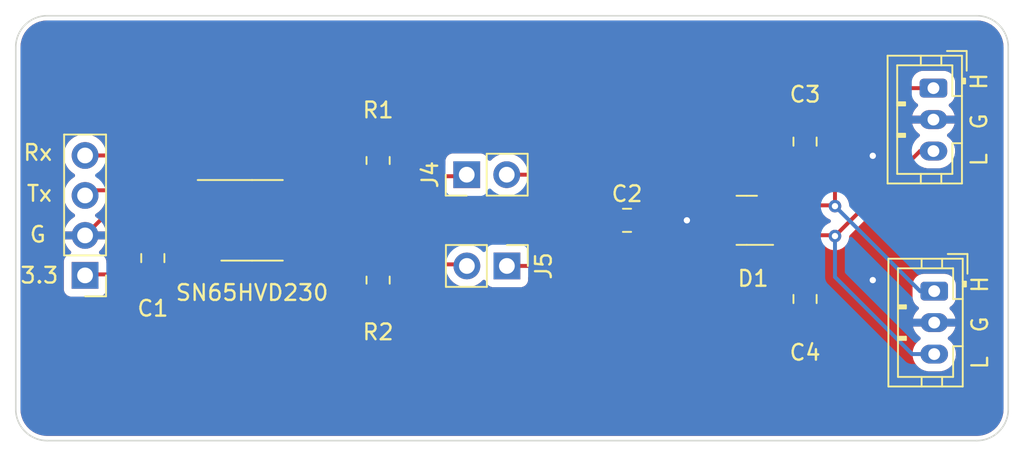
<source format=kicad_pcb>
(kicad_pcb (version 20221018) (generator pcbnew)
  (title_block (title "Can bus tranceiver") (date "2023-11-14") (rev "v1.0"))
  (layers (0 "F.Cu" signal) (31 "B.Cu" signal) (34 "B.Paste" user) (35 "F.Paste" user) (36 "B.SilkS" user "B.Silkscreen") (37 "F.SilkS" user "F.Silkscreen") (38 "B.Mask" user) (39 "F.Mask" user) (44 "Edge.Cuts" user))
  (net 0 "")
  (net 1 "GND")
  (net 2 "/3.3V")
  (net 3 "/CANH")
  (net 4 "/CANL")
  (net 5 "Net-(J3-Pin_3)")
  (net 7 "Net-(J3-Pin_4)")
  (net 8 "Net-(J4-Pin_2)")
  (net 9 "Net-(J4-Pin_1)")
  (net 10 "Net-(J5-Pin_2)")
  (footprint "Connector_JST:JST_PH_B3B-PH-K_1x03_P2.00mm_Vertical" (layer "F.Cu") (at 129.15 55.8 -90)
    (fp_text reference "L  G  H" (at 2 -2.9 90) (layer "F.SilkS"))
    (fp_text value "Conn_01x03")
    (fp_line (start -2.36 -2.11) (end -2.36 -0.86) (stroke (width 0.12)) (layer "F.SilkS"))
    (fp_line (start -2.06 -1.81) (end -2.06 2.91) (stroke (width 0.12)) (layer "F.SilkS"))
    (fp_line (start -2.06 -0.5) (end -1.45 -0.5) (stroke (width 0.12)) (layer "F.SilkS"))
    (fp_line (start -2.06 0.8) (end -1.45 0.8) (stroke (width 0.12)) (layer "F.SilkS"))
    (fp_line (start -2.06 2.91) (end 6.06 2.91) (stroke (width 0.12)) (layer "F.SilkS"))
    (fp_line (start -1.45 -1.2) (end -1.45 2.3) (stroke (width 0.12)) (layer "F.SilkS"))
    (fp_line (start -1.45 2.3) (end 5.45 2.3) (stroke (width 0.12)) (layer "F.SilkS"))
    (fp_line (start -1.11 -2.11) (end -2.36 -2.11) (stroke (width 0.12)) (layer "F.SilkS"))
    (fp_line (start -0.6 -2.01) (end -0.6 -1.81) (stroke (width 0.12)) (layer "F.SilkS"))
    (fp_line (start -0.3 -2.01) (end -0.6 -2.01) (stroke (width 0.12)) (layer "F.SilkS"))
    (fp_line (start -0.3 -1.91) (end -0.6 -1.91) (stroke (width 0.12)) (layer "F.SilkS"))
    (fp_line (start -0.3 -1.81) (end -0.3 -2.01) (stroke (width 0.12)) (layer "F.SilkS"))
    (fp_line (start 0.5 -1.81) (end 0.5 -1.2) (stroke (width 0.12)) (layer "F.SilkS"))
    (fp_line (start 0.5 -1.2) (end -1.45 -1.2) (stroke (width 0.12)) (layer "F.SilkS"))
    (fp_line (start 0.9 1.8) (end 1.1 1.8) (stroke (width 0.12)) (layer "F.SilkS"))
    (fp_line (start 0.9 2.3) (end 0.9 1.8) (stroke (width 0.12)) (layer "F.SilkS"))
    (fp_line (start 1 2.3) (end 1 1.8) (stroke (width 0.12)) (layer "F.SilkS"))
    (fp_line (start 1.1 1.8) (end 1.1 2.3) (stroke (width 0.12)) (layer "F.SilkS"))
    (fp_line (start 2.9 1.8) (end 3.1 1.8) (stroke (width 0.12)) (layer "F.SilkS"))
    (fp_line (start 2.9 2.3) (end 2.9 1.8) (stroke (width 0.12)) (layer "F.SilkS"))
    (fp_line (start 3 2.3) (end 3 1.8) (stroke (width 0.12)) (layer "F.SilkS"))
    (fp_line (start 3.1 1.8) (end 3.1 2.3) (stroke (width 0.12)) (layer "F.SilkS"))
    (fp_line (start 3.5 -1.2) (end 3.5 -1.81) (stroke (width 0.12)) (layer "F.SilkS"))
    (fp_line (start 5.45 -1.2) (end 3.5 -1.2) (stroke (width 0.12)) (layer "F.SilkS"))
    (fp_line (start 5.45 2.3) (end 5.45 -1.2) (stroke (width 0.12)) (layer "F.SilkS"))
    (fp_line (start 6.06 -1.81) (end -2.06 -1.81) (stroke (width 0.12)) (layer "F.SilkS"))
    (fp_line (start 6.06 -0.5) (end 5.45 -0.5) (stroke (width 0.12)) (layer "F.SilkS"))
    (fp_line (start 6.06 0.8) (end 5.45 0.8) (stroke (width 0.12)) (layer "F.SilkS"))
    (fp_line (start 6.06 2.91) (end 6.06 -1.81) (stroke (width 0.12)) (layer "F.SilkS"))
    (pad "1" thru_hole roundrect (at 0 0 270) (size 1.2 1.75) (drill 0.75) (layers "*.Cu" "*.Mask") (roundrect_rratio 0.2083333333) (net 3 "/CANH"))
    (pad "2" thru_hole oval (at 2 0 270) (size 1.2 1.75) (drill 0.75) (layers "*.Cu" "*.Mask") (net 1 "GND"))
    (pad "3" thru_hole oval (at 4 0 270) (size 1.2 1.75) (drill 0.75) (layers "*.Cu" "*.Mask") (net 4 "/CANL"))
  )
  (footprint "Capacitor_SMD:C_0805_2012Metric_Pad1.18x1.45mm_HandSolder" (layer "F.Cu") (at 109.7 64.2)
    (fp_text reference "C2" (at 0 -1.68) (layer "F.SilkS"))
    (fp_text value "4.7nF" hide)
    (fp_line (start -0.261252 -0.735) (end 0.261252 -0.735) (stroke (width 0.12)) (layer "F.SilkS"))
    (fp_line (start -0.261252 0.735) (end 0.261252 0.735) (stroke (width 0.12)) (layer "F.SilkS"))
    (pad "1" smd roundrect (at -1.0375 0) (size 1.175 1.45) (layers "F.Cu" "F.Paste" "F.Mask") (roundrect_rratio 0.2127659574) (net 8 "Net-(J4-Pin_2)"))
    (pad "2" smd roundrect (at 1.0375 0) (size 1.175 1.45) (layers "F.Cu" "F.Paste" "F.Mask") (roundrect_rratio 0.2127659574) (net 1 "GND"))
  )
  (footprint "Package_TO_SOT_SMD:SOT-23" (layer "F.Cu") (at 117.3 64.2 180)
    (fp_text reference "D1" hide)
    (fp_text value "NUP2105L" hide)
    (fp_line (start 0 -1.56) (end -1.675 -1.56) (stroke (width 0.12)) (layer "F.SilkS"))
    (fp_line (start 0 -1.56) (end 0.65 -1.56) (stroke (width 0.12)) (layer "F.SilkS"))
    (fp_line (start 0 1.56) (end -0.65 1.56) (stroke (width 0.12)) (layer "F.SilkS"))
    (fp_line (start 0 1.56) (end 0.65 1.56) (stroke (width 0.12)) (layer "F.SilkS"))
    (pad "1" smd roundrect (at -0.9375 -0.95 180) (size 1.475 0.6) (layers "F.Cu" "F.Paste" "F.Mask") (net 4 "/CANL"))
    (pad "2" smd roundrect (at -0.9375 0.95 180) (size 1.475 0.6) (layers "F.Cu" "F.Paste" "F.Mask") (net 3 "/CANH"))
    (pad "3" smd roundrect (at 0.9375 0 180) (size 1.475 0.6) (layers "F.Cu" "F.Paste" "F.Mask") (net 1 "GND"))
  )
  (footprint "Capacitor_SMD:C_0805_2012Metric_Pad1.18x1.45mm_HandSolder" (layer "F.Cu") (at 79.6 66.6 -90)
    (fp_text reference "C1" (at 3.2 0 -180) (layer "F.SilkS"))
    (fp_text value "100nF" hide)
    (fp_line (start -0.261252 -0.735) (end 0.261252 -0.735) (stroke (width 0.12)) (layer "F.SilkS"))
    (fp_line (start -0.261252 0.735) (end 0.261252 0.735) (stroke (width 0.12)) (layer "F.SilkS"))
    (pad "1" smd roundrect (at -1.0375 0 270) (size 1.175 1.45) (layers "F.Cu" "F.Paste" "F.Mask") (roundrect_rratio 0.2127659574) (net 1 "GND"))
    (pad "2" smd roundrect (at 1.0375 0 270) (size 1.175 1.45) (layers "F.Cu" "F.Paste" "F.Mask") (roundrect_rratio 0.2127659574) (net 2 "/3.3V"))
  )
  (footprint "Package_SO:SOIC-8_3.9x4.9mm_P1.27mm" (layer "F.Cu") (at 85.9 64.2)
    (fp_text reference "SN65HVD230" (at 0 4.6) (layer "F.SilkS"))
    (fp_text value "SN65HVD230" hide)
    (fp_line (start 0 -2.56) (end -3.45 -2.56) (stroke (width 0.12)) (layer "F.SilkS"))
    (fp_line (start 0 -2.56) (end 1.95 -2.56) (stroke (width 0.12)) (layer "F.SilkS"))
    (fp_line (start 0 2.56) (end -1.95 2.56) (stroke (width 0.12)) (layer "F.SilkS"))
    (fp_line (start 0 2.56) (end 1.95 2.56) (stroke (width 0.12)) (layer "F.SilkS"))
    (pad "1" smd roundrect (at -2.475 -1.905) (size 1.95 0.6) (layers "F.Cu" "F.Paste" "F.Mask") (net 5 "Net-(J3-Pin_3)"))
    (pad "2" smd roundrect (at -2.475 -0.635) (size 1.95 0.6) (layers "F.Cu" "F.Paste" "F.Mask") (net 1 "GND"))
    (pad "3" smd roundrect (at -2.475 0.635) (size 1.95 0.6) (layers "F.Cu" "F.Paste" "F.Mask") (net 2 "/3.3V"))
    (pad "4" smd roundrect (at -2.475 1.905) (size 1.95 0.6) (layers "F.Cu" "F.Paste" "F.Mask") (net 7 "Net-(J3-Pin_4)"))
    (pad "5" smd roundrect (at 2.475 1.905) (size 1.95 0.6) (layers "F.Cu" "F.Paste" "F.Mask"))
    (pad "6" smd roundrect (at 2.475 0.635) (size 1.95 0.6) (layers "F.Cu" "F.Paste" "F.Mask") (net 4 "/CANL"))
    (pad "7" smd roundrect (at 2.475 -0.635) (size 1.95 0.6) (layers "F.Cu" "F.Paste" "F.Mask") (net 3 "/CANH"))
    (pad "8" smd roundrect (at 2.475 -1.905) (size 1.95 0.6) (layers "F.Cu" "F.Paste" "F.Mask") (net 1 "GND"))
  )
  (footprint "Connector_PinHeader_2.54mm:PinHeader_1x02_P2.54mm_Vertical" (layer "F.Cu") (at 99.525 61.3 90)
    (fp_text reference "J4" (at 0 -2.33 90) (layer "F.SilkS"))
    (fp_text value "Conn_01x02")
    (fp_line (start -1.33 -1.33) (end 0 -1.33) (stroke (width 0.12)) (layer "F.SilkS"))
    (fp_line (start -1.33 0) (end -1.33 -1.33) (stroke (width 0.12)) (layer "F.SilkS"))
    (fp_line (start -1.33 1.27) (end -1.33 3.87) (stroke (width 0.12)) (layer "F.SilkS"))
    (fp_line (start -1.33 1.27) (end 1.33 1.27) (stroke (width 0.12)) (layer "F.SilkS"))
    (fp_line (start -1.33 3.87) (end 1.33 3.87) (stroke (width 0.12)) (layer "F.SilkS"))
    (fp_line (start 1.33 1.27) (end 1.33 3.87) (stroke (width 0.12)) (layer "F.SilkS"))
    (pad "1" thru_hole rect (at 0 0 90) (size 1.7 1.7) (drill 1) (layers "*.Cu" "*.Mask") (net 9 "Net-(J4-Pin_1)"))
    (pad "2" thru_hole oval (at 0 2.54 90) (size 1.7 1.7) (drill 1) (layers "*.Cu" "*.Mask") (net 8 "Net-(J4-Pin_2)"))
  )
  (footprint "Capacitor_SMD:C_0805_2012Metric_Pad1.18x1.45mm_HandSolder" (layer "F.Cu") (at 121 69.2 90)
    (fp_text reference "C4" (at -3.4 0 180) (layer "F.SilkS"))
    (fp_text value "100pF" hide)
    (fp_line (start -0.261252 -0.735) (end 0.261252 -0.735) (stroke (width 0.12)) (layer "F.SilkS"))
    (fp_line (start -0.261252 0.735) (end 0.261252 0.735) (stroke (width 0.12)) (layer "F.SilkS"))
    (pad "1" smd roundrect (at -1.0375 0 90) (size 1.175 1.45) (layers "F.Cu" "F.Paste" "F.Mask") (roundrect_rratio 0.2127659574) (net 1 "GND"))
    (pad "2" smd roundrect (at 1.0375 0 90) (size 1.175 1.45) (layers "F.Cu" "F.Paste" "F.Mask") (roundrect_rratio 0.2127659574) (net 4 "/CANL"))
  )
  (footprint "Resistor_SMD:R_0805_2012Metric_Pad1.20x1.40mm_HandSolder" (layer "F.Cu") (at 93.9 68 90)
    (fp_text reference "R2" (at -3.3 0 180) (layer "F.SilkS"))
    (fp_text value "60" hide)
    (fp_line (start -0.227064 -0.735) (end 0.227064 -0.735) (stroke (width 0.12)) (layer "F.SilkS"))
    (fp_line (start -0.227064 0.735) (end 0.227064 0.735) (stroke (width 0.12)) (layer "F.SilkS"))
    (pad "1" smd roundrect (at -1 0 90) (size 1.2 1.4) (layers "F.Cu" "F.Paste" "F.Mask") (roundrect_rratio 0.2083333333) (net 4 "/CANL"))
    (pad "2" smd roundrect (at 1 0 90) (size 1.2 1.4) (layers "F.Cu" "F.Paste" "F.Mask") (roundrect_rratio 0.2083333333) (net 10 "Net-(J5-Pin_2)"))
  )
  (footprint "Connector_PinHeader_2.54mm:PinHeader_1x02_P2.54mm_Vertical" (layer "F.Cu") (at 102.075 67.1 -90)
    (fp_text reference "J5" (at 0 -2.33 90) (layer "F.SilkS"))
    (fp_text value "Conn_01x02")
    (fp_line (start -1.33 -1.33) (end 0 -1.33) (stroke (width 0.12)) (layer "F.SilkS"))
    (fp_line (start -1.33 0) (end -1.33 -1.33) (stroke (width 0.12)) (layer "F.SilkS"))
    (fp_line (start -1.33 1.27) (end -1.33 3.87) (stroke (width 0.12)) (layer "F.SilkS"))
    (fp_line (start -1.33 1.27) (end 1.33 1.27) (stroke (width 0.12)) (layer "F.SilkS"))
    (fp_line (start -1.33 3.87) (end 1.33 3.87) (stroke (width 0.12)) (layer "F.SilkS"))
    (fp_line (start 1.33 1.27) (end 1.33 3.87) (stroke (width 0.12)) (layer "F.SilkS"))
    (pad "1" thru_hole rect (at 0 0 270) (size 1.7 1.7) (drill 1) (layers "*.Cu" "*.Mask") (net 8 "Net-(J4-Pin_2)"))
    (pad "2" thru_hole oval (at 0 2.54 270) (size 1.7 1.7) (drill 1) (layers "*.Cu" "*.Mask") (net 10 "Net-(J5-Pin_2)"))
  )
  (footprint "Connector_JST:JST_PH_B3B-PH-K_1x03_P2.00mm_Vertical" (layer "F.Cu") (at 129.2 68.7 -90)
    (fp_text reference "L  G  H" (at 2 -2.9 90) (layer "F.SilkS"))
    (fp_text value "Conn_01x03")
    (fp_line (start -2.36 -2.11) (end -2.36 -0.86) (stroke (width 0.12)) (layer "F.SilkS"))
    (fp_line (start -2.06 -1.81) (end -2.06 2.91) (stroke (width 0.12)) (layer "F.SilkS"))
    (fp_line (start -2.06 -0.5) (end -1.45 -0.5) (stroke (width 0.12)) (layer "F.SilkS"))
    (fp_line (start -2.06 0.8) (end -1.45 0.8) (stroke (width 0.12)) (layer "F.SilkS"))
    (fp_line (start -2.06 2.91) (end 6.06 2.91) (stroke (width 0.12)) (layer "F.SilkS"))
    (fp_line (start -1.45 -1.2) (end -1.45 2.3) (stroke (width 0.12)) (layer "F.SilkS"))
    (fp_line (start -1.45 2.3) (end 5.45 2.3) (stroke (width 0.12)) (layer "F.SilkS"))
    (fp_line (start -1.11 -2.11) (end -2.36 -2.11) (stroke (width 0.12)) (layer "F.SilkS"))
    (fp_line (start -0.6 -2.01) (end -0.6 -1.81) (stroke (width 0.12)) (layer "F.SilkS"))
    (fp_line (start -0.3 -2.01) (end -0.6 -2.01) (stroke (width 0.12)) (layer "F.SilkS"))
    (fp_line (start -0.3 -1.91) (end -0.6 -1.91) (stroke (width 0.12)) (layer "F.SilkS"))
    (fp_line (start -0.3 -1.81) (end -0.3 -2.01) (stroke (width 0.12)) (layer "F.SilkS"))
    (fp_line (start 0.5 -1.81) (end 0.5 -1.2) (stroke (width 0.12)) (layer "F.SilkS"))
    (fp_line (start 0.5 -1.2) (end -1.45 -1.2) (stroke (width 0.12)) (layer "F.SilkS"))
    (fp_line (start 0.9 1.8) (end 1.1 1.8) (stroke (width 0.12)) (layer "F.SilkS"))
    (fp_line (start 0.9 2.3) (end 0.9 1.8) (stroke (width 0.12)) (layer "F.SilkS"))
    (fp_line (start 1 2.3) (end 1 1.8) (stroke (width 0.12)) (layer "F.SilkS"))
    (fp_line (start 1.1 1.8) (end 1.1 2.3) (stroke (width 0.12)) (layer "F.SilkS"))
    (fp_line (start 2.9 1.8) (end 3.1 1.8) (stroke (width 0.12)) (layer "F.SilkS"))
    (fp_line (start 2.9 2.3) (end 2.9 1.8) (stroke (width 0.12)) (layer "F.SilkS"))
    (fp_line (start 3 2.3) (end 3 1.8) (stroke (width 0.12)) (layer "F.SilkS"))
    (fp_line (start 3.1 1.8) (end 3.1 2.3) (stroke (width 0.12)) (layer "F.SilkS"))
    (fp_line (start 3.5 -1.2) (end 3.5 -1.81) (stroke (width 0.12)) (layer "F.SilkS"))
    (fp_line (start 5.45 -1.2) (end 3.5 -1.2) (stroke (width 0.12)) (layer "F.SilkS"))
    (fp_line (start 5.45 2.3) (end 5.45 -1.2) (stroke (width 0.12)) (layer "F.SilkS"))
    (fp_line (start 6.06 -1.81) (end -2.06 -1.81) (stroke (width 0.12)) (layer "F.SilkS"))
    (fp_line (start 6.06 -0.5) (end 5.45 -0.5) (stroke (width 0.12)) (layer "F.SilkS"))
    (fp_line (start 6.06 0.8) (end 5.45 0.8) (stroke (width 0.12)) (layer "F.SilkS"))
    (fp_line (start 6.06 2.91) (end 6.06 -1.81) (stroke (width 0.12)) (layer "F.SilkS"))
    (pad "1" thru_hole roundrect (at 0 0 270) (size 1.2 1.75) (drill 0.75) (layers "*.Cu" "*.Mask") (roundrect_rratio 0.2083333333) (net 3 "/CANH"))
    (pad "2" thru_hole oval (at 2 0 270) (size 1.2 1.75) (drill 0.75) (layers "*.Cu" "*.Mask") (net 1 "GND"))
    (pad "3" thru_hole oval (at 4 0 270) (size 1.2 1.75) (drill 0.75) (layers "*.Cu" "*.Mask") (net 4 "/CANL"))
  )
  (footprint "Capacitor_SMD:C_0805_2012Metric_Pad1.18x1.45mm_HandSolder" (layer "F.Cu") (at 121 59.2 90)
    (fp_text reference "C3" (at 3 0 180) (layer "F.SilkS"))
    (fp_text value "100pF" hide)
    (fp_line (start -0.261252 -0.735) (end 0.261252 -0.735) (stroke (width 0.12)) (layer "F.SilkS"))
    (fp_line (start -0.261252 0.735) (end 0.261252 0.735) (stroke (width 0.12)) (layer "F.SilkS"))
    (pad "1" smd roundrect (at -1.0375 0 90) (size 1.175 1.45) (layers "F.Cu" "F.Paste" "F.Mask") (roundrect_rratio 0.2127659574) (net 3 "/CANH"))
    (pad "2" smd roundrect (at 1.0375 0 90) (size 1.175 1.45) (layers "F.Cu" "F.Paste" "F.Mask") (roundrect_rratio 0.2127659574) (net 1 "GND"))
  )
  (footprint "Connector_PinHeader_2.54mm:PinHeader_1x04_P2.54mm_Vertical" (layer "F.Cu") (at 75.3 67.7 180)
    (fp_text reference "Rx" (at 3 7.8) (layer "F.SilkS"))
    (fp_text value "Conn_01x04" hide)
    (fp_line (start -1.33 -1.33) (end 0 -1.33) (stroke (width 0.12)) (layer "F.SilkS"))
    (fp_line (start -1.33 0) (end -1.33 -1.33) (stroke (width 0.12)) (layer "F.SilkS"))
    (fp_line (start -1.33 1.27) (end -1.33 8.95) (stroke (width 0.12)) (layer "F.SilkS"))
    (fp_line (start -1.33 1.27) (end 1.33 1.27) (stroke (width 0.12)) (layer "F.SilkS"))
    (fp_line (start -1.33 8.95) (end 1.33 8.95) (stroke (width 0.12)) (layer "F.SilkS"))
    (fp_line (start 1.33 1.27) (end 1.33 8.95) (stroke (width 0.12)) (layer "F.SilkS"))
    (pad "1" thru_hole rect (at 0 0 180) (size 1.7 1.7) (drill 1) (layers "*.Cu" "*.Mask") (net 2 "/3.3V"))
    (pad "2" thru_hole oval (at 0 2.54 180) (size 1.7 1.7) (drill 1) (layers "*.Cu" "*.Mask") (net 1 "GND"))
    (pad "3" thru_hole oval (at 0 5.08 180) (size 1.7 1.7) (drill 1) (layers "*.Cu" "*.Mask") (net 5 "Net-(J3-Pin_3)"))
    (pad "4" thru_hole oval (at 0 7.62 180) (size 1.7 1.7) (drill 1) (layers "*.Cu" "*.Mask") (net 7 "Net-(J3-Pin_4)"))
  )
  (footprint "Resistor_SMD:R_0805_2012Metric_Pad1.20x1.40mm_HandSolder" (layer "F.Cu") (at 93.9 60.4 -90)
    (fp_text reference "R1" (at -3.2 0 -180) (layer "F.SilkS"))
    (fp_text value "60" hide)
    (fp_line (start -0.227064 -0.735) (end 0.227064 -0.735) (stroke (width 0.12)) (layer "F.SilkS"))
    (fp_line (start -0.227064 0.735) (end 0.227064 0.735) (stroke (width 0.12)) (layer "F.SilkS"))
    (pad "1" smd roundrect (at -1 0 270) (size 1.2 1.4) (layers "F.Cu" "F.Paste" "F.Mask") (roundrect_rratio 0.2083333333) (net 3 "/CANH"))
    (pad "2" smd roundrect (at 1 0 270) (size 1.2 1.4) (layers "F.Cu" "F.Paste" "F.Mask") (roundrect_rratio 0.2083333333) (net 9 "Net-(J4-Pin_1)"))
  )
  (gr_arc (start 133.9 76.2) (mid 133.314214 77.614214) (end 131.9 78.2) (stroke (width 0.1)) (layer "Edge.Cuts"))
  (gr_line (start 72.9 51.2) (end 131.9 51.2) (stroke (width 0.1)) (layer "Edge.Cuts"))
  (gr_line (start 133.9 53.2) (end 133.9 76.2) (stroke (width 0.1)) (layer "Edge.Cuts"))
  (gr_arc (start 72.9 78.2) (mid 71.485786 77.614214) (end 70.9 76.2) (stroke (width 0.1)) (layer "Edge.Cuts"))
  (gr_line (start 70.9 76.2) (end 70.9 53.2) (stroke (width 0.1)) (layer "Edge.Cuts"))
  (gr_line (start 131.9 78.2) (end 72.9 78.2) (stroke (width 0.1)) (layer "Edge.Cuts"))
  (gr_arc (start 70.9 53.2) (mid 71.485786 51.785786) (end 72.9 51.2) (stroke (width 0.1)) (layer "Edge.Cuts"))
  (gr_arc (start 131.9 51.2) (mid 133.314214 51.785786) (end 133.9 53.2) (stroke (width 0.1)) (layer "Edge.Cuts"))
  (gr_text "3.3" (at 72.4 67.7) (layer "F.SilkS") (effects (font (size 1 1))))
  (gr_text "D1\n" (at 117.7 67.9) (layer "F.SilkS") (effects (font (size 1 1))))
  (gr_text "Tx" (at 72.4 62.5) (layer "F.SilkS") (effects (font (size 1 1))))
  (gr_text "G" (at 72.3 65.1) (layer "F.SilkS") (effects (font (size 1 1))))
  (segment (start 83.425 63.565) (end 76.895 63.565) (width 0.25) (layer "F.Cu") (net 1))
  (segment (start 76.895 63.565) (end 75.3 65.16) (width 0.25) (layer "F.Cu") (net 1))
  (via (at 113.5 64.2) (size 0.8) (drill 0.4) (layers "F.Cu" "B.Cu") (net 1))
  (via (at 125.3 60.1) (size 0.8) (drill 0.4) (layers "F.Cu" "B.Cu") (net 1))
  (via (at 125.3 68) (size 0.8) (drill 0.4) (layers "F.Cu" "B.Cu") (net 1))
  (segment (start 83.425 64.835) (end 81.865 64.835) (width 0.25) (layer "F.Cu") (net 2))
  (segment (start 80.9625 67.6375) (end 79.6 67.6375) (width 0.25) (layer "F.Cu") (net 2))
  (segment (start 81.5 67.1) (end 80.9625 67.6375) (width 0.25) (layer "F.Cu") (net 2))
  (segment (start 75.3625 67.6375) (end 75.3 67.7) (width 0.25) (layer "F.Cu") (net 2))
  (segment (start 79.6 67.6375) (end 75.3625 67.6375) (width 0.25) (layer "F.Cu") (net 2))
  (segment (start 81.865 64.835) (end 81.5 65.2) (width 0.25) (layer "F.Cu") (net 2))
  (segment (start 81.5 65.2) (end 81.5 67.1) (width 0.25) (layer "F.Cu") (net 2))
  (segment (start 121 63.15) (end 120.9 63.25) (width 0.25) (layer "F.Cu") (net 3))
  (segment (start 122.9 63.3) (end 122.9 60.2) (width 0.25) (layer "F.Cu") (net 3))
  (segment (start 89.349999 63.565) (end 93.514999 59.4) (width 0.25) (layer "F.Cu") (net 3))
  (segment (start 93.514999 59.4) (end 93.9 59.4) (width 0.25) (layer "F.Cu") (net 3))
  (segment (start 121 60.2375) (end 121 63.15) (width 0.25) (layer "F.Cu") (net 3))
  (segment (start 94.9 58.2) (end 113.1875 58.2) (width 0.25) (layer "F.Cu") (net 3))
  (segment (start 122.9 60.2) (end 127.3 55.8) (width 0.25) (layer "F.Cu") (net 3))
  (segment (start 113.1875 58.2) (end 118.2375 63.25) (width 0.25) (layer "F.Cu") (net 3))
  (segment (start 93.9 59.4) (end 93.9 59.2) (width 0.25) (layer "F.Cu") (net 3))
  (segment (start 88.375 63.565) (end 89.349999 63.565) (width 0.25) (layer "F.Cu") (net 3))
  (segment (start 127.3 55.8) (end 129.15 55.8) (width 0.25) (layer "F.Cu") (net 3))
  (segment (start 122.85 63.25) (end 122.9 63.3) (width 0.25) (layer "F.Cu") (net 3))
  (segment (start 93.9 59.2) (end 94.9 58.2) (width 0.25) (layer "F.Cu") (net 3))
  (segment (start 118.2375 63.25) (end 120.9 63.25) (width 0.25) (layer "F.Cu") (net 3))
  (segment (start 120.9 63.25) (end 122.85 63.25) (width 0.25) (layer "F.Cu") (net 3))
  (via (at 122.9 63.3) (size 0.8) (drill 0.4) (layers "F.Cu" "B.Cu") (net 3))
  (segment (start 122.9 63.3) (end 128.3 68.7) (width 0.25) (layer "B.Cu") (net 3))
  (segment (start 128.3 68.7) (end 129.2 68.7) (width 0.25) (layer "B.Cu") (net 3))
  (segment (start 93.9 69.2) (end 94.9 70.2) (width 0.25) (layer "F.Cu") (net 4))
  (segment (start 94.9 70.2) (end 113.1875 70.2) (width 0.25) (layer "F.Cu") (net 4))
  (segment (start 118.2375 65.15) (end 121 65.15) (width 0.25) (layer "F.Cu") (net 4))
  (segment (start 93.514999 69) (end 93.9 69) (width 0.25) (layer "F.Cu") (net 4))
  (segment (start 121 68.1625) (end 121 65.15) (width 0.25) (layer "F.Cu") (net 4))
  (segment (start 122.85 65.15) (end 122.9 65.2) (width 0.25) (layer "F.Cu") (net 4))
  (segment (start 122.9 65.2) (end 128.3 59.8) (width 0.25) (layer "F.Cu") (net 4))
  (segment (start 113.1875 70.2) (end 118.2375 65.15) (width 0.25) (layer "F.Cu") (net 4))
  (segment (start 121 65.15) (end 122.85 65.15) (width 0.25) (layer "F.Cu") (net 4))
  (segment (start 88.375 64.835) (end 89.349999 64.835) (width 0.25) (layer "F.Cu") (net 4))
  (segment (start 89.349999 64.835) (end 93.514999 69) (width 0.25) (layer "F.Cu") (net 4))
  (segment (start 93.9 69) (end 93.9 69.2) (width 0.25) (layer "F.Cu") (net 4))
  (segment (start 128.3 59.8) (end 129.15 59.8) (width 0.25) (layer "F.Cu") (net 4))
  (via (at 122.9 65.2) (size 0.8) (drill 0.4) (layers "F.Cu" "B.Cu") (net 4))
  (segment (start 122.9 67.8) (end 127.8 72.7) (width 0.25) (layer "B.Cu") (net 4))
  (segment (start 122.9 65.2) (end 122.9 67.8) (width 0.25) (layer "B.Cu") (net 4))
  (segment (start 127.8 72.7) (end 129.2 72.7) (width 0.25) (layer "B.Cu") (net 4))
  (segment (start 75.625 62.295) (end 75.3 62.62) (width 0.25) (layer "F.Cu") (net 5))
  (segment (start 83.425 62.295) (end 75.625 62.295) (width 0.25) (layer "F.Cu") (net 5))
  (segment (start 84.995 66.105) (end 85.7 65.4) (width 0.25) (layer "F.Cu") (net 7))
  (segment (start 85.7 65.4) (end 85.7 61.1) (width 0.25) (layer "F.Cu") (net 7))
  (segment (start 84.68 60.08) (end 75.3 60.08) (width 0.25) (layer "F.Cu") (net 7))
  (segment (start 85.7 61.1) (end 84.68 60.08) (width 0.25) (layer "F.Cu") (net 7))
  (segment (start 83.425 66.105) (end 84.995 66.105) (width 0.25) (layer "F.Cu") (net 7))
  (segment (start 102.065 61.3) (end 105.7625 61.3) (width 0.25) (layer "F.Cu") (net 8))
  (segment (start 105.7625 67.1) (end 108.6625 64.2) (width 0.25) (layer "F.Cu") (net 8))
  (segment (start 102.075 67.1) (end 105.7625 67.1) (width 0.25) (layer "F.Cu") (net 8))
  (segment (start 105.7625 61.3) (end 108.6625 64.2) (width 0.25) (layer "F.Cu") (net 8))
  (segment (start 99.425 61.4) (end 99.525 61.3) (width 0.25) (layer "F.Cu") (net 9))
  (segment (start 93.9 61.4) (end 99.425 61.4) (width 0.25) (layer "F.Cu") (net 9))
  (segment (start 99.435 67) (end 99.535 67.1) (width 0.25) (layer "F.Cu") (net 10))
  (segment (start 93.9 67) (end 99.435 67) (width 0.25) (layer "F.Cu") (net 10))
  (zone (net 1) (net_name "GND") (layers "F&B.Cu") (name "Ground") (connect_pads (clearance 0.5)) (min_thickness 0.25) (fill yes (thermal_gap 0.5) (thermal_bridge_width 0.5))
    (polygon (pts (xy 69.9 50.2) (xy 69.9 79.2) (xy 134.9 79.2) (xy 134.9 50.2)))
  )
)
</source>
